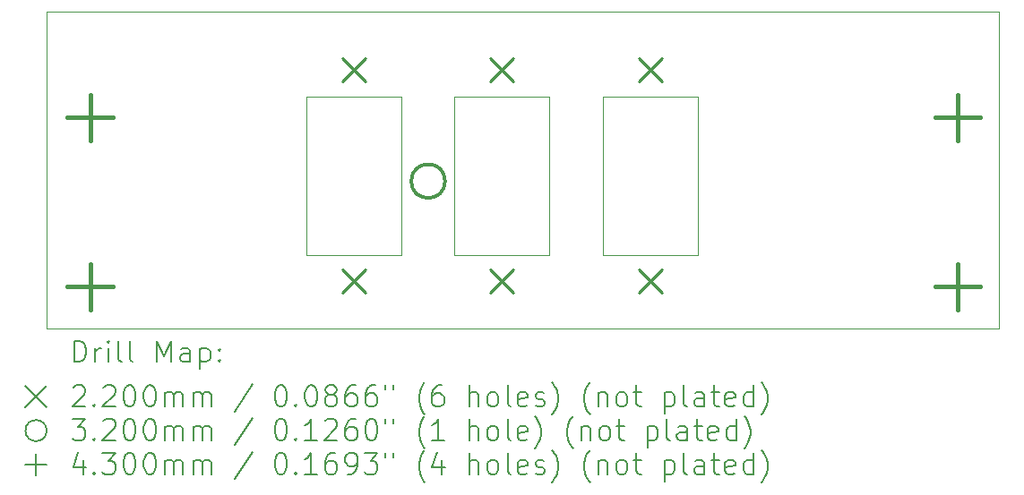
<source format=gbr>
%TF.GenerationSoftware,KiCad,Pcbnew,8.0.8*%
%TF.CreationDate,2025-01-30T12:00:56+07:00*%
%TF.ProjectId,CH170_FrontPanel,43483137-305f-4467-926f-6e7450616e65,rev?*%
%TF.SameCoordinates,Original*%
%TF.FileFunction,Drillmap*%
%TF.FilePolarity,Positive*%
%FSLAX45Y45*%
G04 Gerber Fmt 4.5, Leading zero omitted, Abs format (unit mm)*
G04 Created by KiCad (PCBNEW 8.0.8) date 2025-01-30 12:00:56*
%MOMM*%
%LPD*%
G01*
G04 APERTURE LIST*
%ADD10C,0.050000*%
%ADD11C,0.200000*%
%ADD12C,0.220000*%
%ADD13C,0.320000*%
%ADD14C,0.430000*%
G04 APERTURE END LIST*
D10*
X13084200Y-8823600D02*
X13984200Y-8823600D01*
X13984200Y-10323600D01*
X13084200Y-10323600D01*
X13084200Y-8823600D01*
X15885300Y-8823700D02*
X16785300Y-8823700D01*
X16785300Y-10323700D01*
X15885300Y-10323700D01*
X15885300Y-8823700D01*
X14485300Y-8823700D02*
X15385300Y-8823700D01*
X15385300Y-10323700D01*
X14485300Y-10323700D01*
X14485300Y-8823700D01*
X10634200Y-8023600D02*
X19634200Y-8023600D01*
X19634200Y-11023600D01*
X10634200Y-11023600D01*
X10634200Y-8023600D01*
D11*
D12*
X13424200Y-8463600D02*
X13644200Y-8683600D01*
X13644200Y-8463600D02*
X13424200Y-8683600D01*
X13424200Y-10463600D02*
X13644200Y-10683600D01*
X13644200Y-10463600D02*
X13424200Y-10683600D01*
X14824200Y-8463600D02*
X15044200Y-8683600D01*
X15044200Y-8463600D02*
X14824200Y-8683600D01*
X14824200Y-10463600D02*
X15044200Y-10683600D01*
X15044200Y-10463600D02*
X14824200Y-10683600D01*
X16224200Y-8463600D02*
X16444200Y-8683600D01*
X16444200Y-8463600D02*
X16224200Y-8683600D01*
X16224200Y-10463600D02*
X16444200Y-10683600D01*
X16444200Y-10463600D02*
X16224200Y-10683600D01*
D13*
X14397600Y-9626400D02*
G75*
G02*
X14077600Y-9626400I-160000J0D01*
G01*
X14077600Y-9626400D02*
G75*
G02*
X14397600Y-9626400I160000J0D01*
G01*
D14*
X11042600Y-8811400D02*
X11042600Y-9241400D01*
X10827600Y-9026400D02*
X11257600Y-9026400D01*
X11042600Y-10411400D02*
X11042600Y-10841400D01*
X10827600Y-10626400D02*
X11257600Y-10626400D01*
X19242600Y-8811400D02*
X19242600Y-9241400D01*
X19027600Y-9026400D02*
X19457600Y-9026400D01*
X19242600Y-10411400D02*
X19242600Y-10841400D01*
X19027600Y-10626400D02*
X19457600Y-10626400D01*
D11*
X10892477Y-11337584D02*
X10892477Y-11137584D01*
X10892477Y-11137584D02*
X10940096Y-11137584D01*
X10940096Y-11137584D02*
X10968667Y-11147108D01*
X10968667Y-11147108D02*
X10987715Y-11166155D01*
X10987715Y-11166155D02*
X10997239Y-11185203D01*
X10997239Y-11185203D02*
X11006763Y-11223298D01*
X11006763Y-11223298D02*
X11006763Y-11251869D01*
X11006763Y-11251869D02*
X10997239Y-11289965D01*
X10997239Y-11289965D02*
X10987715Y-11309012D01*
X10987715Y-11309012D02*
X10968667Y-11328060D01*
X10968667Y-11328060D02*
X10940096Y-11337584D01*
X10940096Y-11337584D02*
X10892477Y-11337584D01*
X11092477Y-11337584D02*
X11092477Y-11204250D01*
X11092477Y-11242346D02*
X11102001Y-11223298D01*
X11102001Y-11223298D02*
X11111524Y-11213774D01*
X11111524Y-11213774D02*
X11130572Y-11204250D01*
X11130572Y-11204250D02*
X11149620Y-11204250D01*
X11216286Y-11337584D02*
X11216286Y-11204250D01*
X11216286Y-11137584D02*
X11206762Y-11147108D01*
X11206762Y-11147108D02*
X11216286Y-11156631D01*
X11216286Y-11156631D02*
X11225810Y-11147108D01*
X11225810Y-11147108D02*
X11216286Y-11137584D01*
X11216286Y-11137584D02*
X11216286Y-11156631D01*
X11340096Y-11337584D02*
X11321048Y-11328060D01*
X11321048Y-11328060D02*
X11311524Y-11309012D01*
X11311524Y-11309012D02*
X11311524Y-11137584D01*
X11444858Y-11337584D02*
X11425810Y-11328060D01*
X11425810Y-11328060D02*
X11416286Y-11309012D01*
X11416286Y-11309012D02*
X11416286Y-11137584D01*
X11673429Y-11337584D02*
X11673429Y-11137584D01*
X11673429Y-11137584D02*
X11740096Y-11280441D01*
X11740096Y-11280441D02*
X11806762Y-11137584D01*
X11806762Y-11137584D02*
X11806762Y-11337584D01*
X11987715Y-11337584D02*
X11987715Y-11232822D01*
X11987715Y-11232822D02*
X11978191Y-11213774D01*
X11978191Y-11213774D02*
X11959143Y-11204250D01*
X11959143Y-11204250D02*
X11921048Y-11204250D01*
X11921048Y-11204250D02*
X11902001Y-11213774D01*
X11987715Y-11328060D02*
X11968667Y-11337584D01*
X11968667Y-11337584D02*
X11921048Y-11337584D01*
X11921048Y-11337584D02*
X11902001Y-11328060D01*
X11902001Y-11328060D02*
X11892477Y-11309012D01*
X11892477Y-11309012D02*
X11892477Y-11289965D01*
X11892477Y-11289965D02*
X11902001Y-11270917D01*
X11902001Y-11270917D02*
X11921048Y-11261393D01*
X11921048Y-11261393D02*
X11968667Y-11261393D01*
X11968667Y-11261393D02*
X11987715Y-11251869D01*
X12082953Y-11204250D02*
X12082953Y-11404250D01*
X12082953Y-11213774D02*
X12102001Y-11204250D01*
X12102001Y-11204250D02*
X12140096Y-11204250D01*
X12140096Y-11204250D02*
X12159143Y-11213774D01*
X12159143Y-11213774D02*
X12168667Y-11223298D01*
X12168667Y-11223298D02*
X12178191Y-11242346D01*
X12178191Y-11242346D02*
X12178191Y-11299488D01*
X12178191Y-11299488D02*
X12168667Y-11318536D01*
X12168667Y-11318536D02*
X12159143Y-11328060D01*
X12159143Y-11328060D02*
X12140096Y-11337584D01*
X12140096Y-11337584D02*
X12102001Y-11337584D01*
X12102001Y-11337584D02*
X12082953Y-11328060D01*
X12263905Y-11318536D02*
X12273429Y-11328060D01*
X12273429Y-11328060D02*
X12263905Y-11337584D01*
X12263905Y-11337584D02*
X12254382Y-11328060D01*
X12254382Y-11328060D02*
X12263905Y-11318536D01*
X12263905Y-11318536D02*
X12263905Y-11337584D01*
X12263905Y-11213774D02*
X12273429Y-11223298D01*
X12273429Y-11223298D02*
X12263905Y-11232822D01*
X12263905Y-11232822D02*
X12254382Y-11223298D01*
X12254382Y-11223298D02*
X12263905Y-11213774D01*
X12263905Y-11213774D02*
X12263905Y-11232822D01*
X10431700Y-11566100D02*
X10631700Y-11766100D01*
X10631700Y-11566100D02*
X10431700Y-11766100D01*
X10882953Y-11576631D02*
X10892477Y-11567108D01*
X10892477Y-11567108D02*
X10911524Y-11557584D01*
X10911524Y-11557584D02*
X10959144Y-11557584D01*
X10959144Y-11557584D02*
X10978191Y-11567108D01*
X10978191Y-11567108D02*
X10987715Y-11576631D01*
X10987715Y-11576631D02*
X10997239Y-11595679D01*
X10997239Y-11595679D02*
X10997239Y-11614727D01*
X10997239Y-11614727D02*
X10987715Y-11643298D01*
X10987715Y-11643298D02*
X10873429Y-11757584D01*
X10873429Y-11757584D02*
X10997239Y-11757584D01*
X11082953Y-11738536D02*
X11092477Y-11748060D01*
X11092477Y-11748060D02*
X11082953Y-11757584D01*
X11082953Y-11757584D02*
X11073429Y-11748060D01*
X11073429Y-11748060D02*
X11082953Y-11738536D01*
X11082953Y-11738536D02*
X11082953Y-11757584D01*
X11168667Y-11576631D02*
X11178191Y-11567108D01*
X11178191Y-11567108D02*
X11197239Y-11557584D01*
X11197239Y-11557584D02*
X11244858Y-11557584D01*
X11244858Y-11557584D02*
X11263905Y-11567108D01*
X11263905Y-11567108D02*
X11273429Y-11576631D01*
X11273429Y-11576631D02*
X11282953Y-11595679D01*
X11282953Y-11595679D02*
X11282953Y-11614727D01*
X11282953Y-11614727D02*
X11273429Y-11643298D01*
X11273429Y-11643298D02*
X11159144Y-11757584D01*
X11159144Y-11757584D02*
X11282953Y-11757584D01*
X11406762Y-11557584D02*
X11425810Y-11557584D01*
X11425810Y-11557584D02*
X11444858Y-11567108D01*
X11444858Y-11567108D02*
X11454382Y-11576631D01*
X11454382Y-11576631D02*
X11463905Y-11595679D01*
X11463905Y-11595679D02*
X11473429Y-11633774D01*
X11473429Y-11633774D02*
X11473429Y-11681393D01*
X11473429Y-11681393D02*
X11463905Y-11719488D01*
X11463905Y-11719488D02*
X11454382Y-11738536D01*
X11454382Y-11738536D02*
X11444858Y-11748060D01*
X11444858Y-11748060D02*
X11425810Y-11757584D01*
X11425810Y-11757584D02*
X11406762Y-11757584D01*
X11406762Y-11757584D02*
X11387715Y-11748060D01*
X11387715Y-11748060D02*
X11378191Y-11738536D01*
X11378191Y-11738536D02*
X11368667Y-11719488D01*
X11368667Y-11719488D02*
X11359143Y-11681393D01*
X11359143Y-11681393D02*
X11359143Y-11633774D01*
X11359143Y-11633774D02*
X11368667Y-11595679D01*
X11368667Y-11595679D02*
X11378191Y-11576631D01*
X11378191Y-11576631D02*
X11387715Y-11567108D01*
X11387715Y-11567108D02*
X11406762Y-11557584D01*
X11597239Y-11557584D02*
X11616286Y-11557584D01*
X11616286Y-11557584D02*
X11635334Y-11567108D01*
X11635334Y-11567108D02*
X11644858Y-11576631D01*
X11644858Y-11576631D02*
X11654382Y-11595679D01*
X11654382Y-11595679D02*
X11663905Y-11633774D01*
X11663905Y-11633774D02*
X11663905Y-11681393D01*
X11663905Y-11681393D02*
X11654382Y-11719488D01*
X11654382Y-11719488D02*
X11644858Y-11738536D01*
X11644858Y-11738536D02*
X11635334Y-11748060D01*
X11635334Y-11748060D02*
X11616286Y-11757584D01*
X11616286Y-11757584D02*
X11597239Y-11757584D01*
X11597239Y-11757584D02*
X11578191Y-11748060D01*
X11578191Y-11748060D02*
X11568667Y-11738536D01*
X11568667Y-11738536D02*
X11559143Y-11719488D01*
X11559143Y-11719488D02*
X11549620Y-11681393D01*
X11549620Y-11681393D02*
X11549620Y-11633774D01*
X11549620Y-11633774D02*
X11559143Y-11595679D01*
X11559143Y-11595679D02*
X11568667Y-11576631D01*
X11568667Y-11576631D02*
X11578191Y-11567108D01*
X11578191Y-11567108D02*
X11597239Y-11557584D01*
X11749620Y-11757584D02*
X11749620Y-11624250D01*
X11749620Y-11643298D02*
X11759143Y-11633774D01*
X11759143Y-11633774D02*
X11778191Y-11624250D01*
X11778191Y-11624250D02*
X11806763Y-11624250D01*
X11806763Y-11624250D02*
X11825810Y-11633774D01*
X11825810Y-11633774D02*
X11835334Y-11652822D01*
X11835334Y-11652822D02*
X11835334Y-11757584D01*
X11835334Y-11652822D02*
X11844858Y-11633774D01*
X11844858Y-11633774D02*
X11863905Y-11624250D01*
X11863905Y-11624250D02*
X11892477Y-11624250D01*
X11892477Y-11624250D02*
X11911524Y-11633774D01*
X11911524Y-11633774D02*
X11921048Y-11652822D01*
X11921048Y-11652822D02*
X11921048Y-11757584D01*
X12016286Y-11757584D02*
X12016286Y-11624250D01*
X12016286Y-11643298D02*
X12025810Y-11633774D01*
X12025810Y-11633774D02*
X12044858Y-11624250D01*
X12044858Y-11624250D02*
X12073429Y-11624250D01*
X12073429Y-11624250D02*
X12092477Y-11633774D01*
X12092477Y-11633774D02*
X12102001Y-11652822D01*
X12102001Y-11652822D02*
X12102001Y-11757584D01*
X12102001Y-11652822D02*
X12111524Y-11633774D01*
X12111524Y-11633774D02*
X12130572Y-11624250D01*
X12130572Y-11624250D02*
X12159143Y-11624250D01*
X12159143Y-11624250D02*
X12178191Y-11633774D01*
X12178191Y-11633774D02*
X12187715Y-11652822D01*
X12187715Y-11652822D02*
X12187715Y-11757584D01*
X12578191Y-11548060D02*
X12406763Y-11805203D01*
X12835334Y-11557584D02*
X12854382Y-11557584D01*
X12854382Y-11557584D02*
X12873429Y-11567108D01*
X12873429Y-11567108D02*
X12882953Y-11576631D01*
X12882953Y-11576631D02*
X12892477Y-11595679D01*
X12892477Y-11595679D02*
X12902001Y-11633774D01*
X12902001Y-11633774D02*
X12902001Y-11681393D01*
X12902001Y-11681393D02*
X12892477Y-11719488D01*
X12892477Y-11719488D02*
X12882953Y-11738536D01*
X12882953Y-11738536D02*
X12873429Y-11748060D01*
X12873429Y-11748060D02*
X12854382Y-11757584D01*
X12854382Y-11757584D02*
X12835334Y-11757584D01*
X12835334Y-11757584D02*
X12816286Y-11748060D01*
X12816286Y-11748060D02*
X12806763Y-11738536D01*
X12806763Y-11738536D02*
X12797239Y-11719488D01*
X12797239Y-11719488D02*
X12787715Y-11681393D01*
X12787715Y-11681393D02*
X12787715Y-11633774D01*
X12787715Y-11633774D02*
X12797239Y-11595679D01*
X12797239Y-11595679D02*
X12806763Y-11576631D01*
X12806763Y-11576631D02*
X12816286Y-11567108D01*
X12816286Y-11567108D02*
X12835334Y-11557584D01*
X12987715Y-11738536D02*
X12997239Y-11748060D01*
X12997239Y-11748060D02*
X12987715Y-11757584D01*
X12987715Y-11757584D02*
X12978191Y-11748060D01*
X12978191Y-11748060D02*
X12987715Y-11738536D01*
X12987715Y-11738536D02*
X12987715Y-11757584D01*
X13121048Y-11557584D02*
X13140096Y-11557584D01*
X13140096Y-11557584D02*
X13159144Y-11567108D01*
X13159144Y-11567108D02*
X13168667Y-11576631D01*
X13168667Y-11576631D02*
X13178191Y-11595679D01*
X13178191Y-11595679D02*
X13187715Y-11633774D01*
X13187715Y-11633774D02*
X13187715Y-11681393D01*
X13187715Y-11681393D02*
X13178191Y-11719488D01*
X13178191Y-11719488D02*
X13168667Y-11738536D01*
X13168667Y-11738536D02*
X13159144Y-11748060D01*
X13159144Y-11748060D02*
X13140096Y-11757584D01*
X13140096Y-11757584D02*
X13121048Y-11757584D01*
X13121048Y-11757584D02*
X13102001Y-11748060D01*
X13102001Y-11748060D02*
X13092477Y-11738536D01*
X13092477Y-11738536D02*
X13082953Y-11719488D01*
X13082953Y-11719488D02*
X13073429Y-11681393D01*
X13073429Y-11681393D02*
X13073429Y-11633774D01*
X13073429Y-11633774D02*
X13082953Y-11595679D01*
X13082953Y-11595679D02*
X13092477Y-11576631D01*
X13092477Y-11576631D02*
X13102001Y-11567108D01*
X13102001Y-11567108D02*
X13121048Y-11557584D01*
X13302001Y-11643298D02*
X13282953Y-11633774D01*
X13282953Y-11633774D02*
X13273429Y-11624250D01*
X13273429Y-11624250D02*
X13263906Y-11605203D01*
X13263906Y-11605203D02*
X13263906Y-11595679D01*
X13263906Y-11595679D02*
X13273429Y-11576631D01*
X13273429Y-11576631D02*
X13282953Y-11567108D01*
X13282953Y-11567108D02*
X13302001Y-11557584D01*
X13302001Y-11557584D02*
X13340096Y-11557584D01*
X13340096Y-11557584D02*
X13359144Y-11567108D01*
X13359144Y-11567108D02*
X13368667Y-11576631D01*
X13368667Y-11576631D02*
X13378191Y-11595679D01*
X13378191Y-11595679D02*
X13378191Y-11605203D01*
X13378191Y-11605203D02*
X13368667Y-11624250D01*
X13368667Y-11624250D02*
X13359144Y-11633774D01*
X13359144Y-11633774D02*
X13340096Y-11643298D01*
X13340096Y-11643298D02*
X13302001Y-11643298D01*
X13302001Y-11643298D02*
X13282953Y-11652822D01*
X13282953Y-11652822D02*
X13273429Y-11662346D01*
X13273429Y-11662346D02*
X13263906Y-11681393D01*
X13263906Y-11681393D02*
X13263906Y-11719488D01*
X13263906Y-11719488D02*
X13273429Y-11738536D01*
X13273429Y-11738536D02*
X13282953Y-11748060D01*
X13282953Y-11748060D02*
X13302001Y-11757584D01*
X13302001Y-11757584D02*
X13340096Y-11757584D01*
X13340096Y-11757584D02*
X13359144Y-11748060D01*
X13359144Y-11748060D02*
X13368667Y-11738536D01*
X13368667Y-11738536D02*
X13378191Y-11719488D01*
X13378191Y-11719488D02*
X13378191Y-11681393D01*
X13378191Y-11681393D02*
X13368667Y-11662346D01*
X13368667Y-11662346D02*
X13359144Y-11652822D01*
X13359144Y-11652822D02*
X13340096Y-11643298D01*
X13549620Y-11557584D02*
X13511525Y-11557584D01*
X13511525Y-11557584D02*
X13492477Y-11567108D01*
X13492477Y-11567108D02*
X13482953Y-11576631D01*
X13482953Y-11576631D02*
X13463906Y-11605203D01*
X13463906Y-11605203D02*
X13454382Y-11643298D01*
X13454382Y-11643298D02*
X13454382Y-11719488D01*
X13454382Y-11719488D02*
X13463906Y-11738536D01*
X13463906Y-11738536D02*
X13473429Y-11748060D01*
X13473429Y-11748060D02*
X13492477Y-11757584D01*
X13492477Y-11757584D02*
X13530572Y-11757584D01*
X13530572Y-11757584D02*
X13549620Y-11748060D01*
X13549620Y-11748060D02*
X13559144Y-11738536D01*
X13559144Y-11738536D02*
X13568667Y-11719488D01*
X13568667Y-11719488D02*
X13568667Y-11671869D01*
X13568667Y-11671869D02*
X13559144Y-11652822D01*
X13559144Y-11652822D02*
X13549620Y-11643298D01*
X13549620Y-11643298D02*
X13530572Y-11633774D01*
X13530572Y-11633774D02*
X13492477Y-11633774D01*
X13492477Y-11633774D02*
X13473429Y-11643298D01*
X13473429Y-11643298D02*
X13463906Y-11652822D01*
X13463906Y-11652822D02*
X13454382Y-11671869D01*
X13740096Y-11557584D02*
X13702001Y-11557584D01*
X13702001Y-11557584D02*
X13682953Y-11567108D01*
X13682953Y-11567108D02*
X13673429Y-11576631D01*
X13673429Y-11576631D02*
X13654382Y-11605203D01*
X13654382Y-11605203D02*
X13644858Y-11643298D01*
X13644858Y-11643298D02*
X13644858Y-11719488D01*
X13644858Y-11719488D02*
X13654382Y-11738536D01*
X13654382Y-11738536D02*
X13663906Y-11748060D01*
X13663906Y-11748060D02*
X13682953Y-11757584D01*
X13682953Y-11757584D02*
X13721048Y-11757584D01*
X13721048Y-11757584D02*
X13740096Y-11748060D01*
X13740096Y-11748060D02*
X13749620Y-11738536D01*
X13749620Y-11738536D02*
X13759144Y-11719488D01*
X13759144Y-11719488D02*
X13759144Y-11671869D01*
X13759144Y-11671869D02*
X13749620Y-11652822D01*
X13749620Y-11652822D02*
X13740096Y-11643298D01*
X13740096Y-11643298D02*
X13721048Y-11633774D01*
X13721048Y-11633774D02*
X13682953Y-11633774D01*
X13682953Y-11633774D02*
X13663906Y-11643298D01*
X13663906Y-11643298D02*
X13654382Y-11652822D01*
X13654382Y-11652822D02*
X13644858Y-11671869D01*
X13835334Y-11557584D02*
X13835334Y-11595679D01*
X13911525Y-11557584D02*
X13911525Y-11595679D01*
X14206763Y-11833774D02*
X14197239Y-11824250D01*
X14197239Y-11824250D02*
X14178191Y-11795679D01*
X14178191Y-11795679D02*
X14168668Y-11776631D01*
X14168668Y-11776631D02*
X14159144Y-11748060D01*
X14159144Y-11748060D02*
X14149620Y-11700441D01*
X14149620Y-11700441D02*
X14149620Y-11662346D01*
X14149620Y-11662346D02*
X14159144Y-11614727D01*
X14159144Y-11614727D02*
X14168668Y-11586155D01*
X14168668Y-11586155D02*
X14178191Y-11567108D01*
X14178191Y-11567108D02*
X14197239Y-11538536D01*
X14197239Y-11538536D02*
X14206763Y-11529012D01*
X14368668Y-11557584D02*
X14330572Y-11557584D01*
X14330572Y-11557584D02*
X14311525Y-11567108D01*
X14311525Y-11567108D02*
X14302001Y-11576631D01*
X14302001Y-11576631D02*
X14282953Y-11605203D01*
X14282953Y-11605203D02*
X14273429Y-11643298D01*
X14273429Y-11643298D02*
X14273429Y-11719488D01*
X14273429Y-11719488D02*
X14282953Y-11738536D01*
X14282953Y-11738536D02*
X14292477Y-11748060D01*
X14292477Y-11748060D02*
X14311525Y-11757584D01*
X14311525Y-11757584D02*
X14349620Y-11757584D01*
X14349620Y-11757584D02*
X14368668Y-11748060D01*
X14368668Y-11748060D02*
X14378191Y-11738536D01*
X14378191Y-11738536D02*
X14387715Y-11719488D01*
X14387715Y-11719488D02*
X14387715Y-11671869D01*
X14387715Y-11671869D02*
X14378191Y-11652822D01*
X14378191Y-11652822D02*
X14368668Y-11643298D01*
X14368668Y-11643298D02*
X14349620Y-11633774D01*
X14349620Y-11633774D02*
X14311525Y-11633774D01*
X14311525Y-11633774D02*
X14292477Y-11643298D01*
X14292477Y-11643298D02*
X14282953Y-11652822D01*
X14282953Y-11652822D02*
X14273429Y-11671869D01*
X14625810Y-11757584D02*
X14625810Y-11557584D01*
X14711525Y-11757584D02*
X14711525Y-11652822D01*
X14711525Y-11652822D02*
X14702001Y-11633774D01*
X14702001Y-11633774D02*
X14682953Y-11624250D01*
X14682953Y-11624250D02*
X14654382Y-11624250D01*
X14654382Y-11624250D02*
X14635334Y-11633774D01*
X14635334Y-11633774D02*
X14625810Y-11643298D01*
X14835334Y-11757584D02*
X14816287Y-11748060D01*
X14816287Y-11748060D02*
X14806763Y-11738536D01*
X14806763Y-11738536D02*
X14797239Y-11719488D01*
X14797239Y-11719488D02*
X14797239Y-11662346D01*
X14797239Y-11662346D02*
X14806763Y-11643298D01*
X14806763Y-11643298D02*
X14816287Y-11633774D01*
X14816287Y-11633774D02*
X14835334Y-11624250D01*
X14835334Y-11624250D02*
X14863906Y-11624250D01*
X14863906Y-11624250D02*
X14882953Y-11633774D01*
X14882953Y-11633774D02*
X14892477Y-11643298D01*
X14892477Y-11643298D02*
X14902001Y-11662346D01*
X14902001Y-11662346D02*
X14902001Y-11719488D01*
X14902001Y-11719488D02*
X14892477Y-11738536D01*
X14892477Y-11738536D02*
X14882953Y-11748060D01*
X14882953Y-11748060D02*
X14863906Y-11757584D01*
X14863906Y-11757584D02*
X14835334Y-11757584D01*
X15016287Y-11757584D02*
X14997239Y-11748060D01*
X14997239Y-11748060D02*
X14987715Y-11729012D01*
X14987715Y-11729012D02*
X14987715Y-11557584D01*
X15168668Y-11748060D02*
X15149620Y-11757584D01*
X15149620Y-11757584D02*
X15111525Y-11757584D01*
X15111525Y-11757584D02*
X15092477Y-11748060D01*
X15092477Y-11748060D02*
X15082953Y-11729012D01*
X15082953Y-11729012D02*
X15082953Y-11652822D01*
X15082953Y-11652822D02*
X15092477Y-11633774D01*
X15092477Y-11633774D02*
X15111525Y-11624250D01*
X15111525Y-11624250D02*
X15149620Y-11624250D01*
X15149620Y-11624250D02*
X15168668Y-11633774D01*
X15168668Y-11633774D02*
X15178191Y-11652822D01*
X15178191Y-11652822D02*
X15178191Y-11671869D01*
X15178191Y-11671869D02*
X15082953Y-11690917D01*
X15254382Y-11748060D02*
X15273430Y-11757584D01*
X15273430Y-11757584D02*
X15311525Y-11757584D01*
X15311525Y-11757584D02*
X15330572Y-11748060D01*
X15330572Y-11748060D02*
X15340096Y-11729012D01*
X15340096Y-11729012D02*
X15340096Y-11719488D01*
X15340096Y-11719488D02*
X15330572Y-11700441D01*
X15330572Y-11700441D02*
X15311525Y-11690917D01*
X15311525Y-11690917D02*
X15282953Y-11690917D01*
X15282953Y-11690917D02*
X15263906Y-11681393D01*
X15263906Y-11681393D02*
X15254382Y-11662346D01*
X15254382Y-11662346D02*
X15254382Y-11652822D01*
X15254382Y-11652822D02*
X15263906Y-11633774D01*
X15263906Y-11633774D02*
X15282953Y-11624250D01*
X15282953Y-11624250D02*
X15311525Y-11624250D01*
X15311525Y-11624250D02*
X15330572Y-11633774D01*
X15406763Y-11833774D02*
X15416287Y-11824250D01*
X15416287Y-11824250D02*
X15435334Y-11795679D01*
X15435334Y-11795679D02*
X15444858Y-11776631D01*
X15444858Y-11776631D02*
X15454382Y-11748060D01*
X15454382Y-11748060D02*
X15463906Y-11700441D01*
X15463906Y-11700441D02*
X15463906Y-11662346D01*
X15463906Y-11662346D02*
X15454382Y-11614727D01*
X15454382Y-11614727D02*
X15444858Y-11586155D01*
X15444858Y-11586155D02*
X15435334Y-11567108D01*
X15435334Y-11567108D02*
X15416287Y-11538536D01*
X15416287Y-11538536D02*
X15406763Y-11529012D01*
X15768668Y-11833774D02*
X15759144Y-11824250D01*
X15759144Y-11824250D02*
X15740096Y-11795679D01*
X15740096Y-11795679D02*
X15730572Y-11776631D01*
X15730572Y-11776631D02*
X15721049Y-11748060D01*
X15721049Y-11748060D02*
X15711525Y-11700441D01*
X15711525Y-11700441D02*
X15711525Y-11662346D01*
X15711525Y-11662346D02*
X15721049Y-11614727D01*
X15721049Y-11614727D02*
X15730572Y-11586155D01*
X15730572Y-11586155D02*
X15740096Y-11567108D01*
X15740096Y-11567108D02*
X15759144Y-11538536D01*
X15759144Y-11538536D02*
X15768668Y-11529012D01*
X15844858Y-11624250D02*
X15844858Y-11757584D01*
X15844858Y-11643298D02*
X15854382Y-11633774D01*
X15854382Y-11633774D02*
X15873430Y-11624250D01*
X15873430Y-11624250D02*
X15902001Y-11624250D01*
X15902001Y-11624250D02*
X15921049Y-11633774D01*
X15921049Y-11633774D02*
X15930572Y-11652822D01*
X15930572Y-11652822D02*
X15930572Y-11757584D01*
X16054382Y-11757584D02*
X16035334Y-11748060D01*
X16035334Y-11748060D02*
X16025811Y-11738536D01*
X16025811Y-11738536D02*
X16016287Y-11719488D01*
X16016287Y-11719488D02*
X16016287Y-11662346D01*
X16016287Y-11662346D02*
X16025811Y-11643298D01*
X16025811Y-11643298D02*
X16035334Y-11633774D01*
X16035334Y-11633774D02*
X16054382Y-11624250D01*
X16054382Y-11624250D02*
X16082953Y-11624250D01*
X16082953Y-11624250D02*
X16102001Y-11633774D01*
X16102001Y-11633774D02*
X16111525Y-11643298D01*
X16111525Y-11643298D02*
X16121049Y-11662346D01*
X16121049Y-11662346D02*
X16121049Y-11719488D01*
X16121049Y-11719488D02*
X16111525Y-11738536D01*
X16111525Y-11738536D02*
X16102001Y-11748060D01*
X16102001Y-11748060D02*
X16082953Y-11757584D01*
X16082953Y-11757584D02*
X16054382Y-11757584D01*
X16178192Y-11624250D02*
X16254382Y-11624250D01*
X16206763Y-11557584D02*
X16206763Y-11729012D01*
X16206763Y-11729012D02*
X16216287Y-11748060D01*
X16216287Y-11748060D02*
X16235334Y-11757584D01*
X16235334Y-11757584D02*
X16254382Y-11757584D01*
X16473430Y-11624250D02*
X16473430Y-11824250D01*
X16473430Y-11633774D02*
X16492477Y-11624250D01*
X16492477Y-11624250D02*
X16530573Y-11624250D01*
X16530573Y-11624250D02*
X16549620Y-11633774D01*
X16549620Y-11633774D02*
X16559144Y-11643298D01*
X16559144Y-11643298D02*
X16568668Y-11662346D01*
X16568668Y-11662346D02*
X16568668Y-11719488D01*
X16568668Y-11719488D02*
X16559144Y-11738536D01*
X16559144Y-11738536D02*
X16549620Y-11748060D01*
X16549620Y-11748060D02*
X16530573Y-11757584D01*
X16530573Y-11757584D02*
X16492477Y-11757584D01*
X16492477Y-11757584D02*
X16473430Y-11748060D01*
X16682953Y-11757584D02*
X16663906Y-11748060D01*
X16663906Y-11748060D02*
X16654382Y-11729012D01*
X16654382Y-11729012D02*
X16654382Y-11557584D01*
X16844858Y-11757584D02*
X16844858Y-11652822D01*
X16844858Y-11652822D02*
X16835335Y-11633774D01*
X16835335Y-11633774D02*
X16816287Y-11624250D01*
X16816287Y-11624250D02*
X16778192Y-11624250D01*
X16778192Y-11624250D02*
X16759144Y-11633774D01*
X16844858Y-11748060D02*
X16825811Y-11757584D01*
X16825811Y-11757584D02*
X16778192Y-11757584D01*
X16778192Y-11757584D02*
X16759144Y-11748060D01*
X16759144Y-11748060D02*
X16749620Y-11729012D01*
X16749620Y-11729012D02*
X16749620Y-11709965D01*
X16749620Y-11709965D02*
X16759144Y-11690917D01*
X16759144Y-11690917D02*
X16778192Y-11681393D01*
X16778192Y-11681393D02*
X16825811Y-11681393D01*
X16825811Y-11681393D02*
X16844858Y-11671869D01*
X16911525Y-11624250D02*
X16987715Y-11624250D01*
X16940096Y-11557584D02*
X16940096Y-11729012D01*
X16940096Y-11729012D02*
X16949620Y-11748060D01*
X16949620Y-11748060D02*
X16968668Y-11757584D01*
X16968668Y-11757584D02*
X16987715Y-11757584D01*
X17130573Y-11748060D02*
X17111525Y-11757584D01*
X17111525Y-11757584D02*
X17073430Y-11757584D01*
X17073430Y-11757584D02*
X17054382Y-11748060D01*
X17054382Y-11748060D02*
X17044858Y-11729012D01*
X17044858Y-11729012D02*
X17044858Y-11652822D01*
X17044858Y-11652822D02*
X17054382Y-11633774D01*
X17054382Y-11633774D02*
X17073430Y-11624250D01*
X17073430Y-11624250D02*
X17111525Y-11624250D01*
X17111525Y-11624250D02*
X17130573Y-11633774D01*
X17130573Y-11633774D02*
X17140096Y-11652822D01*
X17140096Y-11652822D02*
X17140096Y-11671869D01*
X17140096Y-11671869D02*
X17044858Y-11690917D01*
X17311525Y-11757584D02*
X17311525Y-11557584D01*
X17311525Y-11748060D02*
X17292477Y-11757584D01*
X17292477Y-11757584D02*
X17254382Y-11757584D01*
X17254382Y-11757584D02*
X17235335Y-11748060D01*
X17235335Y-11748060D02*
X17225811Y-11738536D01*
X17225811Y-11738536D02*
X17216287Y-11719488D01*
X17216287Y-11719488D02*
X17216287Y-11662346D01*
X17216287Y-11662346D02*
X17225811Y-11643298D01*
X17225811Y-11643298D02*
X17235335Y-11633774D01*
X17235335Y-11633774D02*
X17254382Y-11624250D01*
X17254382Y-11624250D02*
X17292477Y-11624250D01*
X17292477Y-11624250D02*
X17311525Y-11633774D01*
X17387716Y-11833774D02*
X17397239Y-11824250D01*
X17397239Y-11824250D02*
X17416287Y-11795679D01*
X17416287Y-11795679D02*
X17425811Y-11776631D01*
X17425811Y-11776631D02*
X17435335Y-11748060D01*
X17435335Y-11748060D02*
X17444858Y-11700441D01*
X17444858Y-11700441D02*
X17444858Y-11662346D01*
X17444858Y-11662346D02*
X17435335Y-11614727D01*
X17435335Y-11614727D02*
X17425811Y-11586155D01*
X17425811Y-11586155D02*
X17416287Y-11567108D01*
X17416287Y-11567108D02*
X17397239Y-11538536D01*
X17397239Y-11538536D02*
X17387716Y-11529012D01*
X10631700Y-11986100D02*
G75*
G02*
X10431700Y-11986100I-100000J0D01*
G01*
X10431700Y-11986100D02*
G75*
G02*
X10631700Y-11986100I100000J0D01*
G01*
X10873429Y-11877584D02*
X10997239Y-11877584D01*
X10997239Y-11877584D02*
X10930572Y-11953774D01*
X10930572Y-11953774D02*
X10959144Y-11953774D01*
X10959144Y-11953774D02*
X10978191Y-11963298D01*
X10978191Y-11963298D02*
X10987715Y-11972822D01*
X10987715Y-11972822D02*
X10997239Y-11991869D01*
X10997239Y-11991869D02*
X10997239Y-12039488D01*
X10997239Y-12039488D02*
X10987715Y-12058536D01*
X10987715Y-12058536D02*
X10978191Y-12068060D01*
X10978191Y-12068060D02*
X10959144Y-12077584D01*
X10959144Y-12077584D02*
X10902001Y-12077584D01*
X10902001Y-12077584D02*
X10882953Y-12068060D01*
X10882953Y-12068060D02*
X10873429Y-12058536D01*
X11082953Y-12058536D02*
X11092477Y-12068060D01*
X11092477Y-12068060D02*
X11082953Y-12077584D01*
X11082953Y-12077584D02*
X11073429Y-12068060D01*
X11073429Y-12068060D02*
X11082953Y-12058536D01*
X11082953Y-12058536D02*
X11082953Y-12077584D01*
X11168667Y-11896631D02*
X11178191Y-11887108D01*
X11178191Y-11887108D02*
X11197239Y-11877584D01*
X11197239Y-11877584D02*
X11244858Y-11877584D01*
X11244858Y-11877584D02*
X11263905Y-11887108D01*
X11263905Y-11887108D02*
X11273429Y-11896631D01*
X11273429Y-11896631D02*
X11282953Y-11915679D01*
X11282953Y-11915679D02*
X11282953Y-11934727D01*
X11282953Y-11934727D02*
X11273429Y-11963298D01*
X11273429Y-11963298D02*
X11159144Y-12077584D01*
X11159144Y-12077584D02*
X11282953Y-12077584D01*
X11406762Y-11877584D02*
X11425810Y-11877584D01*
X11425810Y-11877584D02*
X11444858Y-11887108D01*
X11444858Y-11887108D02*
X11454382Y-11896631D01*
X11454382Y-11896631D02*
X11463905Y-11915679D01*
X11463905Y-11915679D02*
X11473429Y-11953774D01*
X11473429Y-11953774D02*
X11473429Y-12001393D01*
X11473429Y-12001393D02*
X11463905Y-12039488D01*
X11463905Y-12039488D02*
X11454382Y-12058536D01*
X11454382Y-12058536D02*
X11444858Y-12068060D01*
X11444858Y-12068060D02*
X11425810Y-12077584D01*
X11425810Y-12077584D02*
X11406762Y-12077584D01*
X11406762Y-12077584D02*
X11387715Y-12068060D01*
X11387715Y-12068060D02*
X11378191Y-12058536D01*
X11378191Y-12058536D02*
X11368667Y-12039488D01*
X11368667Y-12039488D02*
X11359143Y-12001393D01*
X11359143Y-12001393D02*
X11359143Y-11953774D01*
X11359143Y-11953774D02*
X11368667Y-11915679D01*
X11368667Y-11915679D02*
X11378191Y-11896631D01*
X11378191Y-11896631D02*
X11387715Y-11887108D01*
X11387715Y-11887108D02*
X11406762Y-11877584D01*
X11597239Y-11877584D02*
X11616286Y-11877584D01*
X11616286Y-11877584D02*
X11635334Y-11887108D01*
X11635334Y-11887108D02*
X11644858Y-11896631D01*
X11644858Y-11896631D02*
X11654382Y-11915679D01*
X11654382Y-11915679D02*
X11663905Y-11953774D01*
X11663905Y-11953774D02*
X11663905Y-12001393D01*
X11663905Y-12001393D02*
X11654382Y-12039488D01*
X11654382Y-12039488D02*
X11644858Y-12058536D01*
X11644858Y-12058536D02*
X11635334Y-12068060D01*
X11635334Y-12068060D02*
X11616286Y-12077584D01*
X11616286Y-12077584D02*
X11597239Y-12077584D01*
X11597239Y-12077584D02*
X11578191Y-12068060D01*
X11578191Y-12068060D02*
X11568667Y-12058536D01*
X11568667Y-12058536D02*
X11559143Y-12039488D01*
X11559143Y-12039488D02*
X11549620Y-12001393D01*
X11549620Y-12001393D02*
X11549620Y-11953774D01*
X11549620Y-11953774D02*
X11559143Y-11915679D01*
X11559143Y-11915679D02*
X11568667Y-11896631D01*
X11568667Y-11896631D02*
X11578191Y-11887108D01*
X11578191Y-11887108D02*
X11597239Y-11877584D01*
X11749620Y-12077584D02*
X11749620Y-11944250D01*
X11749620Y-11963298D02*
X11759143Y-11953774D01*
X11759143Y-11953774D02*
X11778191Y-11944250D01*
X11778191Y-11944250D02*
X11806763Y-11944250D01*
X11806763Y-11944250D02*
X11825810Y-11953774D01*
X11825810Y-11953774D02*
X11835334Y-11972822D01*
X11835334Y-11972822D02*
X11835334Y-12077584D01*
X11835334Y-11972822D02*
X11844858Y-11953774D01*
X11844858Y-11953774D02*
X11863905Y-11944250D01*
X11863905Y-11944250D02*
X11892477Y-11944250D01*
X11892477Y-11944250D02*
X11911524Y-11953774D01*
X11911524Y-11953774D02*
X11921048Y-11972822D01*
X11921048Y-11972822D02*
X11921048Y-12077584D01*
X12016286Y-12077584D02*
X12016286Y-11944250D01*
X12016286Y-11963298D02*
X12025810Y-11953774D01*
X12025810Y-11953774D02*
X12044858Y-11944250D01*
X12044858Y-11944250D02*
X12073429Y-11944250D01*
X12073429Y-11944250D02*
X12092477Y-11953774D01*
X12092477Y-11953774D02*
X12102001Y-11972822D01*
X12102001Y-11972822D02*
X12102001Y-12077584D01*
X12102001Y-11972822D02*
X12111524Y-11953774D01*
X12111524Y-11953774D02*
X12130572Y-11944250D01*
X12130572Y-11944250D02*
X12159143Y-11944250D01*
X12159143Y-11944250D02*
X12178191Y-11953774D01*
X12178191Y-11953774D02*
X12187715Y-11972822D01*
X12187715Y-11972822D02*
X12187715Y-12077584D01*
X12578191Y-11868060D02*
X12406763Y-12125203D01*
X12835334Y-11877584D02*
X12854382Y-11877584D01*
X12854382Y-11877584D02*
X12873429Y-11887108D01*
X12873429Y-11887108D02*
X12882953Y-11896631D01*
X12882953Y-11896631D02*
X12892477Y-11915679D01*
X12892477Y-11915679D02*
X12902001Y-11953774D01*
X12902001Y-11953774D02*
X12902001Y-12001393D01*
X12902001Y-12001393D02*
X12892477Y-12039488D01*
X12892477Y-12039488D02*
X12882953Y-12058536D01*
X12882953Y-12058536D02*
X12873429Y-12068060D01*
X12873429Y-12068060D02*
X12854382Y-12077584D01*
X12854382Y-12077584D02*
X12835334Y-12077584D01*
X12835334Y-12077584D02*
X12816286Y-12068060D01*
X12816286Y-12068060D02*
X12806763Y-12058536D01*
X12806763Y-12058536D02*
X12797239Y-12039488D01*
X12797239Y-12039488D02*
X12787715Y-12001393D01*
X12787715Y-12001393D02*
X12787715Y-11953774D01*
X12787715Y-11953774D02*
X12797239Y-11915679D01*
X12797239Y-11915679D02*
X12806763Y-11896631D01*
X12806763Y-11896631D02*
X12816286Y-11887108D01*
X12816286Y-11887108D02*
X12835334Y-11877584D01*
X12987715Y-12058536D02*
X12997239Y-12068060D01*
X12997239Y-12068060D02*
X12987715Y-12077584D01*
X12987715Y-12077584D02*
X12978191Y-12068060D01*
X12978191Y-12068060D02*
X12987715Y-12058536D01*
X12987715Y-12058536D02*
X12987715Y-12077584D01*
X13187715Y-12077584D02*
X13073429Y-12077584D01*
X13130572Y-12077584D02*
X13130572Y-11877584D01*
X13130572Y-11877584D02*
X13111525Y-11906155D01*
X13111525Y-11906155D02*
X13092477Y-11925203D01*
X13092477Y-11925203D02*
X13073429Y-11934727D01*
X13263906Y-11896631D02*
X13273429Y-11887108D01*
X13273429Y-11887108D02*
X13292477Y-11877584D01*
X13292477Y-11877584D02*
X13340096Y-11877584D01*
X13340096Y-11877584D02*
X13359144Y-11887108D01*
X13359144Y-11887108D02*
X13368667Y-11896631D01*
X13368667Y-11896631D02*
X13378191Y-11915679D01*
X13378191Y-11915679D02*
X13378191Y-11934727D01*
X13378191Y-11934727D02*
X13368667Y-11963298D01*
X13368667Y-11963298D02*
X13254382Y-12077584D01*
X13254382Y-12077584D02*
X13378191Y-12077584D01*
X13549620Y-11877584D02*
X13511525Y-11877584D01*
X13511525Y-11877584D02*
X13492477Y-11887108D01*
X13492477Y-11887108D02*
X13482953Y-11896631D01*
X13482953Y-11896631D02*
X13463906Y-11925203D01*
X13463906Y-11925203D02*
X13454382Y-11963298D01*
X13454382Y-11963298D02*
X13454382Y-12039488D01*
X13454382Y-12039488D02*
X13463906Y-12058536D01*
X13463906Y-12058536D02*
X13473429Y-12068060D01*
X13473429Y-12068060D02*
X13492477Y-12077584D01*
X13492477Y-12077584D02*
X13530572Y-12077584D01*
X13530572Y-12077584D02*
X13549620Y-12068060D01*
X13549620Y-12068060D02*
X13559144Y-12058536D01*
X13559144Y-12058536D02*
X13568667Y-12039488D01*
X13568667Y-12039488D02*
X13568667Y-11991869D01*
X13568667Y-11991869D02*
X13559144Y-11972822D01*
X13559144Y-11972822D02*
X13549620Y-11963298D01*
X13549620Y-11963298D02*
X13530572Y-11953774D01*
X13530572Y-11953774D02*
X13492477Y-11953774D01*
X13492477Y-11953774D02*
X13473429Y-11963298D01*
X13473429Y-11963298D02*
X13463906Y-11972822D01*
X13463906Y-11972822D02*
X13454382Y-11991869D01*
X13692477Y-11877584D02*
X13711525Y-11877584D01*
X13711525Y-11877584D02*
X13730572Y-11887108D01*
X13730572Y-11887108D02*
X13740096Y-11896631D01*
X13740096Y-11896631D02*
X13749620Y-11915679D01*
X13749620Y-11915679D02*
X13759144Y-11953774D01*
X13759144Y-11953774D02*
X13759144Y-12001393D01*
X13759144Y-12001393D02*
X13749620Y-12039488D01*
X13749620Y-12039488D02*
X13740096Y-12058536D01*
X13740096Y-12058536D02*
X13730572Y-12068060D01*
X13730572Y-12068060D02*
X13711525Y-12077584D01*
X13711525Y-12077584D02*
X13692477Y-12077584D01*
X13692477Y-12077584D02*
X13673429Y-12068060D01*
X13673429Y-12068060D02*
X13663906Y-12058536D01*
X13663906Y-12058536D02*
X13654382Y-12039488D01*
X13654382Y-12039488D02*
X13644858Y-12001393D01*
X13644858Y-12001393D02*
X13644858Y-11953774D01*
X13644858Y-11953774D02*
X13654382Y-11915679D01*
X13654382Y-11915679D02*
X13663906Y-11896631D01*
X13663906Y-11896631D02*
X13673429Y-11887108D01*
X13673429Y-11887108D02*
X13692477Y-11877584D01*
X13835334Y-11877584D02*
X13835334Y-11915679D01*
X13911525Y-11877584D02*
X13911525Y-11915679D01*
X14206763Y-12153774D02*
X14197239Y-12144250D01*
X14197239Y-12144250D02*
X14178191Y-12115679D01*
X14178191Y-12115679D02*
X14168668Y-12096631D01*
X14168668Y-12096631D02*
X14159144Y-12068060D01*
X14159144Y-12068060D02*
X14149620Y-12020441D01*
X14149620Y-12020441D02*
X14149620Y-11982346D01*
X14149620Y-11982346D02*
X14159144Y-11934727D01*
X14159144Y-11934727D02*
X14168668Y-11906155D01*
X14168668Y-11906155D02*
X14178191Y-11887108D01*
X14178191Y-11887108D02*
X14197239Y-11858536D01*
X14197239Y-11858536D02*
X14206763Y-11849012D01*
X14387715Y-12077584D02*
X14273429Y-12077584D01*
X14330572Y-12077584D02*
X14330572Y-11877584D01*
X14330572Y-11877584D02*
X14311525Y-11906155D01*
X14311525Y-11906155D02*
X14292477Y-11925203D01*
X14292477Y-11925203D02*
X14273429Y-11934727D01*
X14625810Y-12077584D02*
X14625810Y-11877584D01*
X14711525Y-12077584D02*
X14711525Y-11972822D01*
X14711525Y-11972822D02*
X14702001Y-11953774D01*
X14702001Y-11953774D02*
X14682953Y-11944250D01*
X14682953Y-11944250D02*
X14654382Y-11944250D01*
X14654382Y-11944250D02*
X14635334Y-11953774D01*
X14635334Y-11953774D02*
X14625810Y-11963298D01*
X14835334Y-12077584D02*
X14816287Y-12068060D01*
X14816287Y-12068060D02*
X14806763Y-12058536D01*
X14806763Y-12058536D02*
X14797239Y-12039488D01*
X14797239Y-12039488D02*
X14797239Y-11982346D01*
X14797239Y-11982346D02*
X14806763Y-11963298D01*
X14806763Y-11963298D02*
X14816287Y-11953774D01*
X14816287Y-11953774D02*
X14835334Y-11944250D01*
X14835334Y-11944250D02*
X14863906Y-11944250D01*
X14863906Y-11944250D02*
X14882953Y-11953774D01*
X14882953Y-11953774D02*
X14892477Y-11963298D01*
X14892477Y-11963298D02*
X14902001Y-11982346D01*
X14902001Y-11982346D02*
X14902001Y-12039488D01*
X14902001Y-12039488D02*
X14892477Y-12058536D01*
X14892477Y-12058536D02*
X14882953Y-12068060D01*
X14882953Y-12068060D02*
X14863906Y-12077584D01*
X14863906Y-12077584D02*
X14835334Y-12077584D01*
X15016287Y-12077584D02*
X14997239Y-12068060D01*
X14997239Y-12068060D02*
X14987715Y-12049012D01*
X14987715Y-12049012D02*
X14987715Y-11877584D01*
X15168668Y-12068060D02*
X15149620Y-12077584D01*
X15149620Y-12077584D02*
X15111525Y-12077584D01*
X15111525Y-12077584D02*
X15092477Y-12068060D01*
X15092477Y-12068060D02*
X15082953Y-12049012D01*
X15082953Y-12049012D02*
X15082953Y-11972822D01*
X15082953Y-11972822D02*
X15092477Y-11953774D01*
X15092477Y-11953774D02*
X15111525Y-11944250D01*
X15111525Y-11944250D02*
X15149620Y-11944250D01*
X15149620Y-11944250D02*
X15168668Y-11953774D01*
X15168668Y-11953774D02*
X15178191Y-11972822D01*
X15178191Y-11972822D02*
X15178191Y-11991869D01*
X15178191Y-11991869D02*
X15082953Y-12010917D01*
X15244858Y-12153774D02*
X15254382Y-12144250D01*
X15254382Y-12144250D02*
X15273430Y-12115679D01*
X15273430Y-12115679D02*
X15282953Y-12096631D01*
X15282953Y-12096631D02*
X15292477Y-12068060D01*
X15292477Y-12068060D02*
X15302001Y-12020441D01*
X15302001Y-12020441D02*
X15302001Y-11982346D01*
X15302001Y-11982346D02*
X15292477Y-11934727D01*
X15292477Y-11934727D02*
X15282953Y-11906155D01*
X15282953Y-11906155D02*
X15273430Y-11887108D01*
X15273430Y-11887108D02*
X15254382Y-11858536D01*
X15254382Y-11858536D02*
X15244858Y-11849012D01*
X15606763Y-12153774D02*
X15597239Y-12144250D01*
X15597239Y-12144250D02*
X15578191Y-12115679D01*
X15578191Y-12115679D02*
X15568668Y-12096631D01*
X15568668Y-12096631D02*
X15559144Y-12068060D01*
X15559144Y-12068060D02*
X15549620Y-12020441D01*
X15549620Y-12020441D02*
X15549620Y-11982346D01*
X15549620Y-11982346D02*
X15559144Y-11934727D01*
X15559144Y-11934727D02*
X15568668Y-11906155D01*
X15568668Y-11906155D02*
X15578191Y-11887108D01*
X15578191Y-11887108D02*
X15597239Y-11858536D01*
X15597239Y-11858536D02*
X15606763Y-11849012D01*
X15682953Y-11944250D02*
X15682953Y-12077584D01*
X15682953Y-11963298D02*
X15692477Y-11953774D01*
X15692477Y-11953774D02*
X15711525Y-11944250D01*
X15711525Y-11944250D02*
X15740096Y-11944250D01*
X15740096Y-11944250D02*
X15759144Y-11953774D01*
X15759144Y-11953774D02*
X15768668Y-11972822D01*
X15768668Y-11972822D02*
X15768668Y-12077584D01*
X15892477Y-12077584D02*
X15873430Y-12068060D01*
X15873430Y-12068060D02*
X15863906Y-12058536D01*
X15863906Y-12058536D02*
X15854382Y-12039488D01*
X15854382Y-12039488D02*
X15854382Y-11982346D01*
X15854382Y-11982346D02*
X15863906Y-11963298D01*
X15863906Y-11963298D02*
X15873430Y-11953774D01*
X15873430Y-11953774D02*
X15892477Y-11944250D01*
X15892477Y-11944250D02*
X15921049Y-11944250D01*
X15921049Y-11944250D02*
X15940096Y-11953774D01*
X15940096Y-11953774D02*
X15949620Y-11963298D01*
X15949620Y-11963298D02*
X15959144Y-11982346D01*
X15959144Y-11982346D02*
X15959144Y-12039488D01*
X15959144Y-12039488D02*
X15949620Y-12058536D01*
X15949620Y-12058536D02*
X15940096Y-12068060D01*
X15940096Y-12068060D02*
X15921049Y-12077584D01*
X15921049Y-12077584D02*
X15892477Y-12077584D01*
X16016287Y-11944250D02*
X16092477Y-11944250D01*
X16044858Y-11877584D02*
X16044858Y-12049012D01*
X16044858Y-12049012D02*
X16054382Y-12068060D01*
X16054382Y-12068060D02*
X16073430Y-12077584D01*
X16073430Y-12077584D02*
X16092477Y-12077584D01*
X16311525Y-11944250D02*
X16311525Y-12144250D01*
X16311525Y-11953774D02*
X16330572Y-11944250D01*
X16330572Y-11944250D02*
X16368668Y-11944250D01*
X16368668Y-11944250D02*
X16387715Y-11953774D01*
X16387715Y-11953774D02*
X16397239Y-11963298D01*
X16397239Y-11963298D02*
X16406763Y-11982346D01*
X16406763Y-11982346D02*
X16406763Y-12039488D01*
X16406763Y-12039488D02*
X16397239Y-12058536D01*
X16397239Y-12058536D02*
X16387715Y-12068060D01*
X16387715Y-12068060D02*
X16368668Y-12077584D01*
X16368668Y-12077584D02*
X16330572Y-12077584D01*
X16330572Y-12077584D02*
X16311525Y-12068060D01*
X16521049Y-12077584D02*
X16502001Y-12068060D01*
X16502001Y-12068060D02*
X16492477Y-12049012D01*
X16492477Y-12049012D02*
X16492477Y-11877584D01*
X16682953Y-12077584D02*
X16682953Y-11972822D01*
X16682953Y-11972822D02*
X16673430Y-11953774D01*
X16673430Y-11953774D02*
X16654382Y-11944250D01*
X16654382Y-11944250D02*
X16616287Y-11944250D01*
X16616287Y-11944250D02*
X16597239Y-11953774D01*
X16682953Y-12068060D02*
X16663906Y-12077584D01*
X16663906Y-12077584D02*
X16616287Y-12077584D01*
X16616287Y-12077584D02*
X16597239Y-12068060D01*
X16597239Y-12068060D02*
X16587715Y-12049012D01*
X16587715Y-12049012D02*
X16587715Y-12029965D01*
X16587715Y-12029965D02*
X16597239Y-12010917D01*
X16597239Y-12010917D02*
X16616287Y-12001393D01*
X16616287Y-12001393D02*
X16663906Y-12001393D01*
X16663906Y-12001393D02*
X16682953Y-11991869D01*
X16749620Y-11944250D02*
X16825811Y-11944250D01*
X16778192Y-11877584D02*
X16778192Y-12049012D01*
X16778192Y-12049012D02*
X16787715Y-12068060D01*
X16787715Y-12068060D02*
X16806763Y-12077584D01*
X16806763Y-12077584D02*
X16825811Y-12077584D01*
X16968668Y-12068060D02*
X16949620Y-12077584D01*
X16949620Y-12077584D02*
X16911525Y-12077584D01*
X16911525Y-12077584D02*
X16892477Y-12068060D01*
X16892477Y-12068060D02*
X16882954Y-12049012D01*
X16882954Y-12049012D02*
X16882954Y-11972822D01*
X16882954Y-11972822D02*
X16892477Y-11953774D01*
X16892477Y-11953774D02*
X16911525Y-11944250D01*
X16911525Y-11944250D02*
X16949620Y-11944250D01*
X16949620Y-11944250D02*
X16968668Y-11953774D01*
X16968668Y-11953774D02*
X16978192Y-11972822D01*
X16978192Y-11972822D02*
X16978192Y-11991869D01*
X16978192Y-11991869D02*
X16882954Y-12010917D01*
X17149620Y-12077584D02*
X17149620Y-11877584D01*
X17149620Y-12068060D02*
X17130573Y-12077584D01*
X17130573Y-12077584D02*
X17092477Y-12077584D01*
X17092477Y-12077584D02*
X17073430Y-12068060D01*
X17073430Y-12068060D02*
X17063906Y-12058536D01*
X17063906Y-12058536D02*
X17054382Y-12039488D01*
X17054382Y-12039488D02*
X17054382Y-11982346D01*
X17054382Y-11982346D02*
X17063906Y-11963298D01*
X17063906Y-11963298D02*
X17073430Y-11953774D01*
X17073430Y-11953774D02*
X17092477Y-11944250D01*
X17092477Y-11944250D02*
X17130573Y-11944250D01*
X17130573Y-11944250D02*
X17149620Y-11953774D01*
X17225811Y-12153774D02*
X17235335Y-12144250D01*
X17235335Y-12144250D02*
X17254382Y-12115679D01*
X17254382Y-12115679D02*
X17263906Y-12096631D01*
X17263906Y-12096631D02*
X17273430Y-12068060D01*
X17273430Y-12068060D02*
X17282954Y-12020441D01*
X17282954Y-12020441D02*
X17282954Y-11982346D01*
X17282954Y-11982346D02*
X17273430Y-11934727D01*
X17273430Y-11934727D02*
X17263906Y-11906155D01*
X17263906Y-11906155D02*
X17254382Y-11887108D01*
X17254382Y-11887108D02*
X17235335Y-11858536D01*
X17235335Y-11858536D02*
X17225811Y-11849012D01*
X10531700Y-12206100D02*
X10531700Y-12406100D01*
X10431700Y-12306100D02*
X10631700Y-12306100D01*
X10978191Y-12264250D02*
X10978191Y-12397584D01*
X10930572Y-12188060D02*
X10882953Y-12330917D01*
X10882953Y-12330917D02*
X11006763Y-12330917D01*
X11082953Y-12378536D02*
X11092477Y-12388060D01*
X11092477Y-12388060D02*
X11082953Y-12397584D01*
X11082953Y-12397584D02*
X11073429Y-12388060D01*
X11073429Y-12388060D02*
X11082953Y-12378536D01*
X11082953Y-12378536D02*
X11082953Y-12397584D01*
X11159144Y-12197584D02*
X11282953Y-12197584D01*
X11282953Y-12197584D02*
X11216286Y-12273774D01*
X11216286Y-12273774D02*
X11244858Y-12273774D01*
X11244858Y-12273774D02*
X11263905Y-12283298D01*
X11263905Y-12283298D02*
X11273429Y-12292822D01*
X11273429Y-12292822D02*
X11282953Y-12311869D01*
X11282953Y-12311869D02*
X11282953Y-12359488D01*
X11282953Y-12359488D02*
X11273429Y-12378536D01*
X11273429Y-12378536D02*
X11263905Y-12388060D01*
X11263905Y-12388060D02*
X11244858Y-12397584D01*
X11244858Y-12397584D02*
X11187715Y-12397584D01*
X11187715Y-12397584D02*
X11168667Y-12388060D01*
X11168667Y-12388060D02*
X11159144Y-12378536D01*
X11406762Y-12197584D02*
X11425810Y-12197584D01*
X11425810Y-12197584D02*
X11444858Y-12207108D01*
X11444858Y-12207108D02*
X11454382Y-12216631D01*
X11454382Y-12216631D02*
X11463905Y-12235679D01*
X11463905Y-12235679D02*
X11473429Y-12273774D01*
X11473429Y-12273774D02*
X11473429Y-12321393D01*
X11473429Y-12321393D02*
X11463905Y-12359488D01*
X11463905Y-12359488D02*
X11454382Y-12378536D01*
X11454382Y-12378536D02*
X11444858Y-12388060D01*
X11444858Y-12388060D02*
X11425810Y-12397584D01*
X11425810Y-12397584D02*
X11406762Y-12397584D01*
X11406762Y-12397584D02*
X11387715Y-12388060D01*
X11387715Y-12388060D02*
X11378191Y-12378536D01*
X11378191Y-12378536D02*
X11368667Y-12359488D01*
X11368667Y-12359488D02*
X11359143Y-12321393D01*
X11359143Y-12321393D02*
X11359143Y-12273774D01*
X11359143Y-12273774D02*
X11368667Y-12235679D01*
X11368667Y-12235679D02*
X11378191Y-12216631D01*
X11378191Y-12216631D02*
X11387715Y-12207108D01*
X11387715Y-12207108D02*
X11406762Y-12197584D01*
X11597239Y-12197584D02*
X11616286Y-12197584D01*
X11616286Y-12197584D02*
X11635334Y-12207108D01*
X11635334Y-12207108D02*
X11644858Y-12216631D01*
X11644858Y-12216631D02*
X11654382Y-12235679D01*
X11654382Y-12235679D02*
X11663905Y-12273774D01*
X11663905Y-12273774D02*
X11663905Y-12321393D01*
X11663905Y-12321393D02*
X11654382Y-12359488D01*
X11654382Y-12359488D02*
X11644858Y-12378536D01*
X11644858Y-12378536D02*
X11635334Y-12388060D01*
X11635334Y-12388060D02*
X11616286Y-12397584D01*
X11616286Y-12397584D02*
X11597239Y-12397584D01*
X11597239Y-12397584D02*
X11578191Y-12388060D01*
X11578191Y-12388060D02*
X11568667Y-12378536D01*
X11568667Y-12378536D02*
X11559143Y-12359488D01*
X11559143Y-12359488D02*
X11549620Y-12321393D01*
X11549620Y-12321393D02*
X11549620Y-12273774D01*
X11549620Y-12273774D02*
X11559143Y-12235679D01*
X11559143Y-12235679D02*
X11568667Y-12216631D01*
X11568667Y-12216631D02*
X11578191Y-12207108D01*
X11578191Y-12207108D02*
X11597239Y-12197584D01*
X11749620Y-12397584D02*
X11749620Y-12264250D01*
X11749620Y-12283298D02*
X11759143Y-12273774D01*
X11759143Y-12273774D02*
X11778191Y-12264250D01*
X11778191Y-12264250D02*
X11806763Y-12264250D01*
X11806763Y-12264250D02*
X11825810Y-12273774D01*
X11825810Y-12273774D02*
X11835334Y-12292822D01*
X11835334Y-12292822D02*
X11835334Y-12397584D01*
X11835334Y-12292822D02*
X11844858Y-12273774D01*
X11844858Y-12273774D02*
X11863905Y-12264250D01*
X11863905Y-12264250D02*
X11892477Y-12264250D01*
X11892477Y-12264250D02*
X11911524Y-12273774D01*
X11911524Y-12273774D02*
X11921048Y-12292822D01*
X11921048Y-12292822D02*
X11921048Y-12397584D01*
X12016286Y-12397584D02*
X12016286Y-12264250D01*
X12016286Y-12283298D02*
X12025810Y-12273774D01*
X12025810Y-12273774D02*
X12044858Y-12264250D01*
X12044858Y-12264250D02*
X12073429Y-12264250D01*
X12073429Y-12264250D02*
X12092477Y-12273774D01*
X12092477Y-12273774D02*
X12102001Y-12292822D01*
X12102001Y-12292822D02*
X12102001Y-12397584D01*
X12102001Y-12292822D02*
X12111524Y-12273774D01*
X12111524Y-12273774D02*
X12130572Y-12264250D01*
X12130572Y-12264250D02*
X12159143Y-12264250D01*
X12159143Y-12264250D02*
X12178191Y-12273774D01*
X12178191Y-12273774D02*
X12187715Y-12292822D01*
X12187715Y-12292822D02*
X12187715Y-12397584D01*
X12578191Y-12188060D02*
X12406763Y-12445203D01*
X12835334Y-12197584D02*
X12854382Y-12197584D01*
X12854382Y-12197584D02*
X12873429Y-12207108D01*
X12873429Y-12207108D02*
X12882953Y-12216631D01*
X12882953Y-12216631D02*
X12892477Y-12235679D01*
X12892477Y-12235679D02*
X12902001Y-12273774D01*
X12902001Y-12273774D02*
X12902001Y-12321393D01*
X12902001Y-12321393D02*
X12892477Y-12359488D01*
X12892477Y-12359488D02*
X12882953Y-12378536D01*
X12882953Y-12378536D02*
X12873429Y-12388060D01*
X12873429Y-12388060D02*
X12854382Y-12397584D01*
X12854382Y-12397584D02*
X12835334Y-12397584D01*
X12835334Y-12397584D02*
X12816286Y-12388060D01*
X12816286Y-12388060D02*
X12806763Y-12378536D01*
X12806763Y-12378536D02*
X12797239Y-12359488D01*
X12797239Y-12359488D02*
X12787715Y-12321393D01*
X12787715Y-12321393D02*
X12787715Y-12273774D01*
X12787715Y-12273774D02*
X12797239Y-12235679D01*
X12797239Y-12235679D02*
X12806763Y-12216631D01*
X12806763Y-12216631D02*
X12816286Y-12207108D01*
X12816286Y-12207108D02*
X12835334Y-12197584D01*
X12987715Y-12378536D02*
X12997239Y-12388060D01*
X12997239Y-12388060D02*
X12987715Y-12397584D01*
X12987715Y-12397584D02*
X12978191Y-12388060D01*
X12978191Y-12388060D02*
X12987715Y-12378536D01*
X12987715Y-12378536D02*
X12987715Y-12397584D01*
X13187715Y-12397584D02*
X13073429Y-12397584D01*
X13130572Y-12397584D02*
X13130572Y-12197584D01*
X13130572Y-12197584D02*
X13111525Y-12226155D01*
X13111525Y-12226155D02*
X13092477Y-12245203D01*
X13092477Y-12245203D02*
X13073429Y-12254727D01*
X13359144Y-12197584D02*
X13321048Y-12197584D01*
X13321048Y-12197584D02*
X13302001Y-12207108D01*
X13302001Y-12207108D02*
X13292477Y-12216631D01*
X13292477Y-12216631D02*
X13273429Y-12245203D01*
X13273429Y-12245203D02*
X13263906Y-12283298D01*
X13263906Y-12283298D02*
X13263906Y-12359488D01*
X13263906Y-12359488D02*
X13273429Y-12378536D01*
X13273429Y-12378536D02*
X13282953Y-12388060D01*
X13282953Y-12388060D02*
X13302001Y-12397584D01*
X13302001Y-12397584D02*
X13340096Y-12397584D01*
X13340096Y-12397584D02*
X13359144Y-12388060D01*
X13359144Y-12388060D02*
X13368667Y-12378536D01*
X13368667Y-12378536D02*
X13378191Y-12359488D01*
X13378191Y-12359488D02*
X13378191Y-12311869D01*
X13378191Y-12311869D02*
X13368667Y-12292822D01*
X13368667Y-12292822D02*
X13359144Y-12283298D01*
X13359144Y-12283298D02*
X13340096Y-12273774D01*
X13340096Y-12273774D02*
X13302001Y-12273774D01*
X13302001Y-12273774D02*
X13282953Y-12283298D01*
X13282953Y-12283298D02*
X13273429Y-12292822D01*
X13273429Y-12292822D02*
X13263906Y-12311869D01*
X13473429Y-12397584D02*
X13511525Y-12397584D01*
X13511525Y-12397584D02*
X13530572Y-12388060D01*
X13530572Y-12388060D02*
X13540096Y-12378536D01*
X13540096Y-12378536D02*
X13559144Y-12349965D01*
X13559144Y-12349965D02*
X13568667Y-12311869D01*
X13568667Y-12311869D02*
X13568667Y-12235679D01*
X13568667Y-12235679D02*
X13559144Y-12216631D01*
X13559144Y-12216631D02*
X13549620Y-12207108D01*
X13549620Y-12207108D02*
X13530572Y-12197584D01*
X13530572Y-12197584D02*
X13492477Y-12197584D01*
X13492477Y-12197584D02*
X13473429Y-12207108D01*
X13473429Y-12207108D02*
X13463906Y-12216631D01*
X13463906Y-12216631D02*
X13454382Y-12235679D01*
X13454382Y-12235679D02*
X13454382Y-12283298D01*
X13454382Y-12283298D02*
X13463906Y-12302346D01*
X13463906Y-12302346D02*
X13473429Y-12311869D01*
X13473429Y-12311869D02*
X13492477Y-12321393D01*
X13492477Y-12321393D02*
X13530572Y-12321393D01*
X13530572Y-12321393D02*
X13549620Y-12311869D01*
X13549620Y-12311869D02*
X13559144Y-12302346D01*
X13559144Y-12302346D02*
X13568667Y-12283298D01*
X13635334Y-12197584D02*
X13759144Y-12197584D01*
X13759144Y-12197584D02*
X13692477Y-12273774D01*
X13692477Y-12273774D02*
X13721048Y-12273774D01*
X13721048Y-12273774D02*
X13740096Y-12283298D01*
X13740096Y-12283298D02*
X13749620Y-12292822D01*
X13749620Y-12292822D02*
X13759144Y-12311869D01*
X13759144Y-12311869D02*
X13759144Y-12359488D01*
X13759144Y-12359488D02*
X13749620Y-12378536D01*
X13749620Y-12378536D02*
X13740096Y-12388060D01*
X13740096Y-12388060D02*
X13721048Y-12397584D01*
X13721048Y-12397584D02*
X13663906Y-12397584D01*
X13663906Y-12397584D02*
X13644858Y-12388060D01*
X13644858Y-12388060D02*
X13635334Y-12378536D01*
X13835334Y-12197584D02*
X13835334Y-12235679D01*
X13911525Y-12197584D02*
X13911525Y-12235679D01*
X14206763Y-12473774D02*
X14197239Y-12464250D01*
X14197239Y-12464250D02*
X14178191Y-12435679D01*
X14178191Y-12435679D02*
X14168668Y-12416631D01*
X14168668Y-12416631D02*
X14159144Y-12388060D01*
X14159144Y-12388060D02*
X14149620Y-12340441D01*
X14149620Y-12340441D02*
X14149620Y-12302346D01*
X14149620Y-12302346D02*
X14159144Y-12254727D01*
X14159144Y-12254727D02*
X14168668Y-12226155D01*
X14168668Y-12226155D02*
X14178191Y-12207108D01*
X14178191Y-12207108D02*
X14197239Y-12178536D01*
X14197239Y-12178536D02*
X14206763Y-12169012D01*
X14368668Y-12264250D02*
X14368668Y-12397584D01*
X14321048Y-12188060D02*
X14273429Y-12330917D01*
X14273429Y-12330917D02*
X14397239Y-12330917D01*
X14625810Y-12397584D02*
X14625810Y-12197584D01*
X14711525Y-12397584D02*
X14711525Y-12292822D01*
X14711525Y-12292822D02*
X14702001Y-12273774D01*
X14702001Y-12273774D02*
X14682953Y-12264250D01*
X14682953Y-12264250D02*
X14654382Y-12264250D01*
X14654382Y-12264250D02*
X14635334Y-12273774D01*
X14635334Y-12273774D02*
X14625810Y-12283298D01*
X14835334Y-12397584D02*
X14816287Y-12388060D01*
X14816287Y-12388060D02*
X14806763Y-12378536D01*
X14806763Y-12378536D02*
X14797239Y-12359488D01*
X14797239Y-12359488D02*
X14797239Y-12302346D01*
X14797239Y-12302346D02*
X14806763Y-12283298D01*
X14806763Y-12283298D02*
X14816287Y-12273774D01*
X14816287Y-12273774D02*
X14835334Y-12264250D01*
X14835334Y-12264250D02*
X14863906Y-12264250D01*
X14863906Y-12264250D02*
X14882953Y-12273774D01*
X14882953Y-12273774D02*
X14892477Y-12283298D01*
X14892477Y-12283298D02*
X14902001Y-12302346D01*
X14902001Y-12302346D02*
X14902001Y-12359488D01*
X14902001Y-12359488D02*
X14892477Y-12378536D01*
X14892477Y-12378536D02*
X14882953Y-12388060D01*
X14882953Y-12388060D02*
X14863906Y-12397584D01*
X14863906Y-12397584D02*
X14835334Y-12397584D01*
X15016287Y-12397584D02*
X14997239Y-12388060D01*
X14997239Y-12388060D02*
X14987715Y-12369012D01*
X14987715Y-12369012D02*
X14987715Y-12197584D01*
X15168668Y-12388060D02*
X15149620Y-12397584D01*
X15149620Y-12397584D02*
X15111525Y-12397584D01*
X15111525Y-12397584D02*
X15092477Y-12388060D01*
X15092477Y-12388060D02*
X15082953Y-12369012D01*
X15082953Y-12369012D02*
X15082953Y-12292822D01*
X15082953Y-12292822D02*
X15092477Y-12273774D01*
X15092477Y-12273774D02*
X15111525Y-12264250D01*
X15111525Y-12264250D02*
X15149620Y-12264250D01*
X15149620Y-12264250D02*
X15168668Y-12273774D01*
X15168668Y-12273774D02*
X15178191Y-12292822D01*
X15178191Y-12292822D02*
X15178191Y-12311869D01*
X15178191Y-12311869D02*
X15082953Y-12330917D01*
X15254382Y-12388060D02*
X15273430Y-12397584D01*
X15273430Y-12397584D02*
X15311525Y-12397584D01*
X15311525Y-12397584D02*
X15330572Y-12388060D01*
X15330572Y-12388060D02*
X15340096Y-12369012D01*
X15340096Y-12369012D02*
X15340096Y-12359488D01*
X15340096Y-12359488D02*
X15330572Y-12340441D01*
X15330572Y-12340441D02*
X15311525Y-12330917D01*
X15311525Y-12330917D02*
X15282953Y-12330917D01*
X15282953Y-12330917D02*
X15263906Y-12321393D01*
X15263906Y-12321393D02*
X15254382Y-12302346D01*
X15254382Y-12302346D02*
X15254382Y-12292822D01*
X15254382Y-12292822D02*
X15263906Y-12273774D01*
X15263906Y-12273774D02*
X15282953Y-12264250D01*
X15282953Y-12264250D02*
X15311525Y-12264250D01*
X15311525Y-12264250D02*
X15330572Y-12273774D01*
X15406763Y-12473774D02*
X15416287Y-12464250D01*
X15416287Y-12464250D02*
X15435334Y-12435679D01*
X15435334Y-12435679D02*
X15444858Y-12416631D01*
X15444858Y-12416631D02*
X15454382Y-12388060D01*
X15454382Y-12388060D02*
X15463906Y-12340441D01*
X15463906Y-12340441D02*
X15463906Y-12302346D01*
X15463906Y-12302346D02*
X15454382Y-12254727D01*
X15454382Y-12254727D02*
X15444858Y-12226155D01*
X15444858Y-12226155D02*
X15435334Y-12207108D01*
X15435334Y-12207108D02*
X15416287Y-12178536D01*
X15416287Y-12178536D02*
X15406763Y-12169012D01*
X15768668Y-12473774D02*
X15759144Y-12464250D01*
X15759144Y-12464250D02*
X15740096Y-12435679D01*
X15740096Y-12435679D02*
X15730572Y-12416631D01*
X15730572Y-12416631D02*
X15721049Y-12388060D01*
X15721049Y-12388060D02*
X15711525Y-12340441D01*
X15711525Y-12340441D02*
X15711525Y-12302346D01*
X15711525Y-12302346D02*
X15721049Y-12254727D01*
X15721049Y-12254727D02*
X15730572Y-12226155D01*
X15730572Y-12226155D02*
X15740096Y-12207108D01*
X15740096Y-12207108D02*
X15759144Y-12178536D01*
X15759144Y-12178536D02*
X15768668Y-12169012D01*
X15844858Y-12264250D02*
X15844858Y-12397584D01*
X15844858Y-12283298D02*
X15854382Y-12273774D01*
X15854382Y-12273774D02*
X15873430Y-12264250D01*
X15873430Y-12264250D02*
X15902001Y-12264250D01*
X15902001Y-12264250D02*
X15921049Y-12273774D01*
X15921049Y-12273774D02*
X15930572Y-12292822D01*
X15930572Y-12292822D02*
X15930572Y-12397584D01*
X16054382Y-12397584D02*
X16035334Y-12388060D01*
X16035334Y-12388060D02*
X16025811Y-12378536D01*
X16025811Y-12378536D02*
X16016287Y-12359488D01*
X16016287Y-12359488D02*
X16016287Y-12302346D01*
X16016287Y-12302346D02*
X16025811Y-12283298D01*
X16025811Y-12283298D02*
X16035334Y-12273774D01*
X16035334Y-12273774D02*
X16054382Y-12264250D01*
X16054382Y-12264250D02*
X16082953Y-12264250D01*
X16082953Y-12264250D02*
X16102001Y-12273774D01*
X16102001Y-12273774D02*
X16111525Y-12283298D01*
X16111525Y-12283298D02*
X16121049Y-12302346D01*
X16121049Y-12302346D02*
X16121049Y-12359488D01*
X16121049Y-12359488D02*
X16111525Y-12378536D01*
X16111525Y-12378536D02*
X16102001Y-12388060D01*
X16102001Y-12388060D02*
X16082953Y-12397584D01*
X16082953Y-12397584D02*
X16054382Y-12397584D01*
X16178192Y-12264250D02*
X16254382Y-12264250D01*
X16206763Y-12197584D02*
X16206763Y-12369012D01*
X16206763Y-12369012D02*
X16216287Y-12388060D01*
X16216287Y-12388060D02*
X16235334Y-12397584D01*
X16235334Y-12397584D02*
X16254382Y-12397584D01*
X16473430Y-12264250D02*
X16473430Y-12464250D01*
X16473430Y-12273774D02*
X16492477Y-12264250D01*
X16492477Y-12264250D02*
X16530573Y-12264250D01*
X16530573Y-12264250D02*
X16549620Y-12273774D01*
X16549620Y-12273774D02*
X16559144Y-12283298D01*
X16559144Y-12283298D02*
X16568668Y-12302346D01*
X16568668Y-12302346D02*
X16568668Y-12359488D01*
X16568668Y-12359488D02*
X16559144Y-12378536D01*
X16559144Y-12378536D02*
X16549620Y-12388060D01*
X16549620Y-12388060D02*
X16530573Y-12397584D01*
X16530573Y-12397584D02*
X16492477Y-12397584D01*
X16492477Y-12397584D02*
X16473430Y-12388060D01*
X16682953Y-12397584D02*
X16663906Y-12388060D01*
X16663906Y-12388060D02*
X16654382Y-12369012D01*
X16654382Y-12369012D02*
X16654382Y-12197584D01*
X16844858Y-12397584D02*
X16844858Y-12292822D01*
X16844858Y-12292822D02*
X16835335Y-12273774D01*
X16835335Y-12273774D02*
X16816287Y-12264250D01*
X16816287Y-12264250D02*
X16778192Y-12264250D01*
X16778192Y-12264250D02*
X16759144Y-12273774D01*
X16844858Y-12388060D02*
X16825811Y-12397584D01*
X16825811Y-12397584D02*
X16778192Y-12397584D01*
X16778192Y-12397584D02*
X16759144Y-12388060D01*
X16759144Y-12388060D02*
X16749620Y-12369012D01*
X16749620Y-12369012D02*
X16749620Y-12349965D01*
X16749620Y-12349965D02*
X16759144Y-12330917D01*
X16759144Y-12330917D02*
X16778192Y-12321393D01*
X16778192Y-12321393D02*
X16825811Y-12321393D01*
X16825811Y-12321393D02*
X16844858Y-12311869D01*
X16911525Y-12264250D02*
X16987715Y-12264250D01*
X16940096Y-12197584D02*
X16940096Y-12369012D01*
X16940096Y-12369012D02*
X16949620Y-12388060D01*
X16949620Y-12388060D02*
X16968668Y-12397584D01*
X16968668Y-12397584D02*
X16987715Y-12397584D01*
X17130573Y-12388060D02*
X17111525Y-12397584D01*
X17111525Y-12397584D02*
X17073430Y-12397584D01*
X17073430Y-12397584D02*
X17054382Y-12388060D01*
X17054382Y-12388060D02*
X17044858Y-12369012D01*
X17044858Y-12369012D02*
X17044858Y-12292822D01*
X17044858Y-12292822D02*
X17054382Y-12273774D01*
X17054382Y-12273774D02*
X17073430Y-12264250D01*
X17073430Y-12264250D02*
X17111525Y-12264250D01*
X17111525Y-12264250D02*
X17130573Y-12273774D01*
X17130573Y-12273774D02*
X17140096Y-12292822D01*
X17140096Y-12292822D02*
X17140096Y-12311869D01*
X17140096Y-12311869D02*
X17044858Y-12330917D01*
X17311525Y-12397584D02*
X17311525Y-12197584D01*
X17311525Y-12388060D02*
X17292477Y-12397584D01*
X17292477Y-12397584D02*
X17254382Y-12397584D01*
X17254382Y-12397584D02*
X17235335Y-12388060D01*
X17235335Y-12388060D02*
X17225811Y-12378536D01*
X17225811Y-12378536D02*
X17216287Y-12359488D01*
X17216287Y-12359488D02*
X17216287Y-12302346D01*
X17216287Y-12302346D02*
X17225811Y-12283298D01*
X17225811Y-12283298D02*
X17235335Y-12273774D01*
X17235335Y-12273774D02*
X17254382Y-12264250D01*
X17254382Y-12264250D02*
X17292477Y-12264250D01*
X17292477Y-12264250D02*
X17311525Y-12273774D01*
X17387716Y-12473774D02*
X17397239Y-12464250D01*
X17397239Y-12464250D02*
X17416287Y-12435679D01*
X17416287Y-12435679D02*
X17425811Y-12416631D01*
X17425811Y-12416631D02*
X17435335Y-12388060D01*
X17435335Y-12388060D02*
X17444858Y-12340441D01*
X17444858Y-12340441D02*
X17444858Y-12302346D01*
X17444858Y-12302346D02*
X17435335Y-12254727D01*
X17435335Y-12254727D02*
X17425811Y-12226155D01*
X17425811Y-12226155D02*
X17416287Y-12207108D01*
X17416287Y-12207108D02*
X17397239Y-12178536D01*
X17397239Y-12178536D02*
X17387716Y-12169012D01*
M02*

</source>
